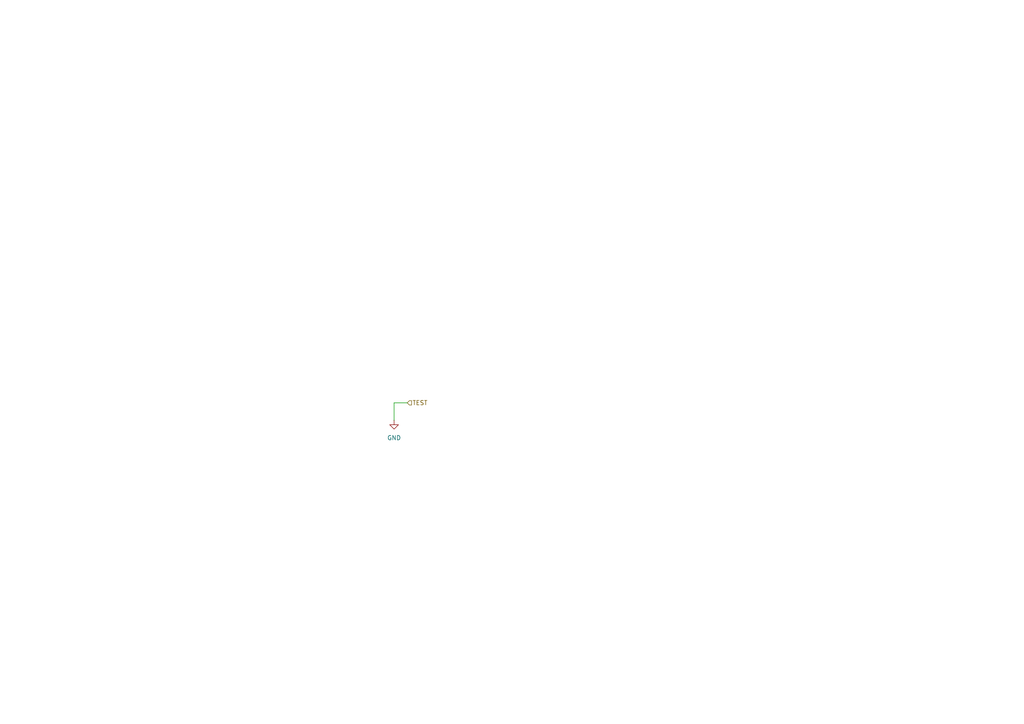
<source format=kicad_sch>
(kicad_sch (version 20250114) (generator "eeschema") (generator_version "9.0")
  (paper "A4")
  (lib_symbols
    (symbol "power:GND" (power) (pin_numbers (hide yes)) (pin_names (offset 0) (hide yes))
      (property "Value" "GND" (at 0 -3.81 0))
      (symbol "GND_0_1"
        (polyline (pts (xy 0 0) (xy 0 -1.27) (xy 1.27 -1.27) (xy 0 -2.54) (xy -1.27 -1.27) (xy 0 -1.27)))
      )
      (symbol "GND_1_1"
        (pin power_in line (at 0 0 270) (length 0) (name "~") (number "1"))
      )
    )
  )
  (wire (pts (xy 114.3 116.84) (xy 114.3 121.92)))
  (wire (pts (xy 118.11 116.84) (xy 114.3 116.84)))
  (hierarchical_label "TEST" (shape input) (at 118.11 116.84 0))
  (symbol (lib_id "power:GND") (at 114.3 121.92 0) (unit 1)
    (property "Reference" "#PWR035" (effects (hide yes)))
    (property "Value" "GND" (at 114.3 127 0))
    (property "Description" "Power symbol creates a global label with name \"GND\" , ground" (effects (hide yes)))
  )
)
</source>
